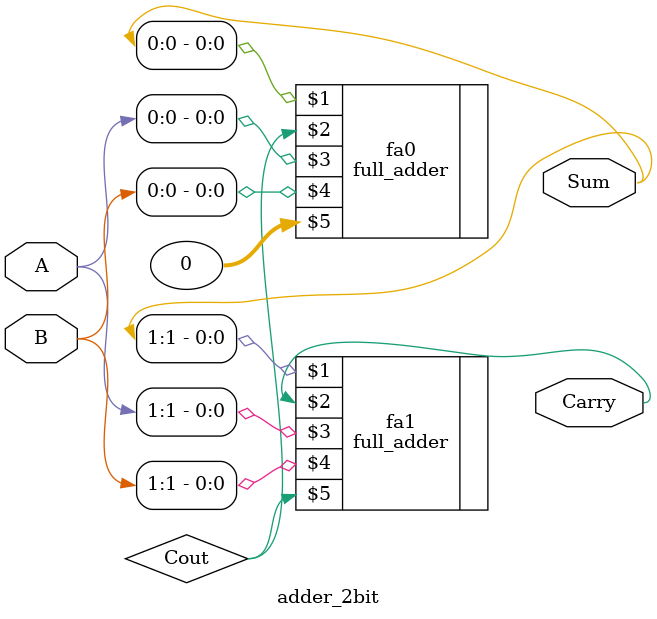
<source format=v>
`timescale 1ns / 1ps
module adder_2bit(Carry, Sum, A, B);
		output wire [1:0] Sum;
		output wire Carry;
		
		input wire [1:0] A;
		input wire [1:0] B;
		wire Cout;
		
		full_adder fa0(Sum[0], Cout, A[0], B[0], 0);
		full_adder fa1(Sum[1], Carry, A[1], B[1], Cout );

endmodule

</source>
